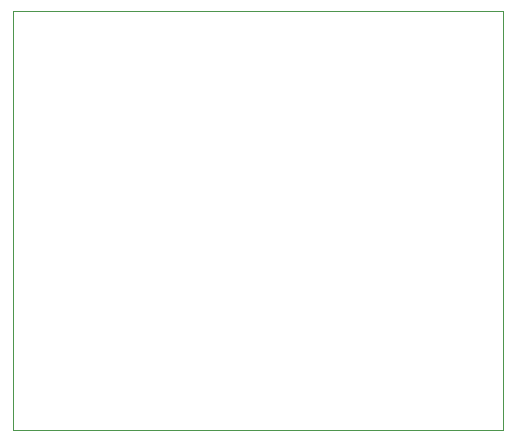
<source format=gm1>
G04 #@! TF.GenerationSoftware,KiCad,Pcbnew,(5.1.10-1-10_14)*
G04 #@! TF.CreationDate,2022-02-17T23:12:15-06:00*
G04 #@! TF.ProjectId,OpenEstim++,4f70656e-4573-4746-996d-2b2b2e6b6963,rev?*
G04 #@! TF.SameCoordinates,Original*
G04 #@! TF.FileFunction,Profile,NP*
%FSLAX46Y46*%
G04 Gerber Fmt 4.6, Leading zero omitted, Abs format (unit mm)*
G04 Created by KiCad (PCBNEW (5.1.10-1-10_14)) date 2022-02-17 23:12:15*
%MOMM*%
%LPD*%
G01*
G04 APERTURE LIST*
G04 #@! TA.AperFunction,Profile*
%ADD10C,0.050000*%
G04 #@! TD*
G04 APERTURE END LIST*
D10*
X94500000Y-29000000D02*
X53000000Y-29000000D01*
X94500000Y-64500000D02*
X94500000Y-29000000D01*
X53000000Y-64500000D02*
X94500000Y-64500000D01*
X53000000Y-29000000D02*
X53000000Y-64500000D01*
M02*

</source>
